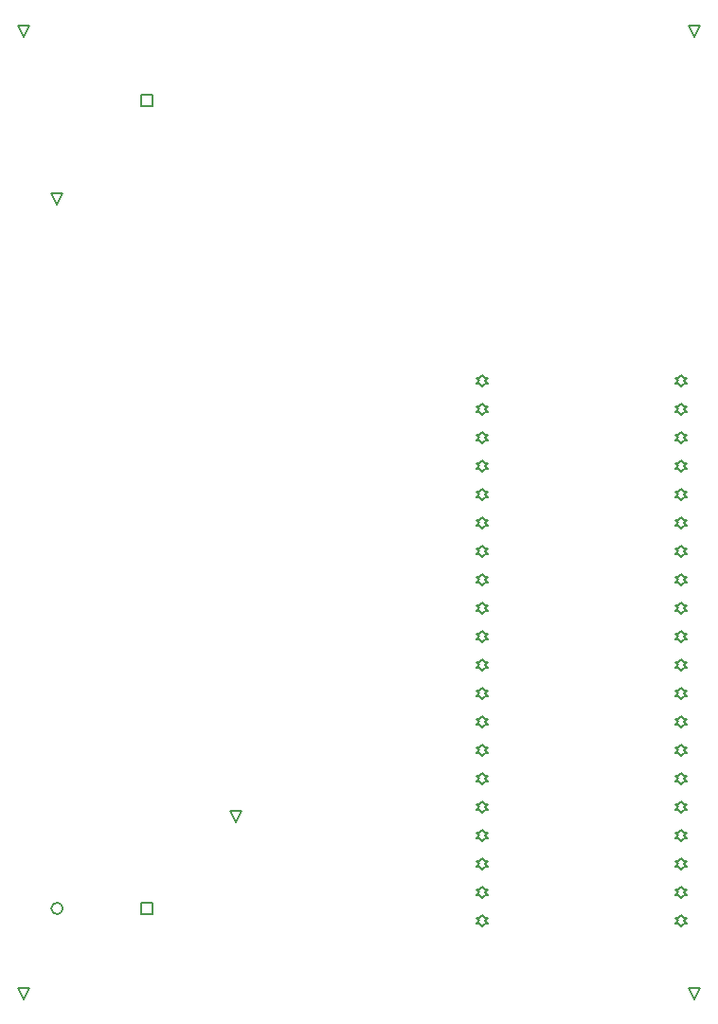
<source format=gbr>
G04 Layer_Color=2752767*
%FSLAX24Y24*%
%MOIN*%
%TF.FileFunction,Drawing*%
%TF.Part,Single*%
G01*
G75*
%TA.AperFunction,NonConductor*%
%ADD27C,0.0050*%
%ADD49C,0.0067*%
D27*
X11811Y12792D02*
X11611Y13192D01*
X12011D01*
X11811Y12792D01*
X15942Y15776D02*
Y16176D01*
X16342D01*
Y15776D01*
X15942D01*
X19291Y19013D02*
X19091Y19413D01*
X19491D01*
X19291Y19013D01*
X27753Y15635D02*
X27853Y15535D01*
X27753Y15435D01*
X27853D01*
X27953Y15335D01*
X28053Y15435D01*
X28153D01*
X28053Y15535D01*
X28153Y15635D01*
X28053D01*
X27953Y15735D01*
X27853Y15635D01*
X27753D01*
X28053Y16435D02*
X28153D01*
X28053Y16535D01*
X28153Y16635D01*
X28053D01*
X27953Y16735D01*
X27853Y16635D01*
X27753D01*
X27853Y16535D01*
X27753Y16435D01*
X27853D01*
X27953Y16335D01*
X28053Y16435D01*
Y17435D02*
X28153D01*
X28053Y17535D01*
X28153Y17635D01*
X28053D01*
X27953Y17735D01*
X27853Y17635D01*
X27753D01*
X27853Y17535D01*
X27753Y17435D01*
X27853D01*
X27953Y17335D01*
X28053Y17435D01*
Y18435D02*
X28153D01*
X28053Y18535D01*
X28153Y18635D01*
X28053D01*
X27953Y18735D01*
X27853Y18635D01*
X27753D01*
X27853Y18535D01*
X27753Y18435D01*
X27853D01*
X27953Y18335D01*
X28053Y18435D01*
Y19435D02*
X28153D01*
X28053Y19535D01*
X28153Y19635D01*
X28053D01*
X27953Y19735D01*
X27853Y19635D01*
X27753D01*
X27853Y19535D01*
X27753Y19435D01*
X27853D01*
X27953Y19335D01*
X28053Y19435D01*
Y20435D02*
X28153D01*
X28053Y20535D01*
X28153Y20635D01*
X28053D01*
X27953Y20735D01*
X27853Y20635D01*
X27753D01*
X27853Y20535D01*
X27753Y20435D01*
X27853D01*
X27953Y20335D01*
X28053Y20435D01*
Y21435D02*
X28153D01*
X28053Y21535D01*
X28153Y21635D01*
X28053D01*
X27953Y21735D01*
X27853Y21635D01*
X27753D01*
X27853Y21535D01*
X27753Y21435D01*
X27853D01*
X27953Y21335D01*
X28053Y21435D01*
Y22435D02*
X28153D01*
X28053Y22535D01*
X28153Y22635D01*
X28053D01*
X27953Y22735D01*
X27853Y22635D01*
X27753D01*
X27853Y22535D01*
X27753Y22435D01*
X27853D01*
X27953Y22335D01*
X28053Y22435D01*
Y23435D02*
X28153D01*
X28053Y23535D01*
X28153Y23635D01*
X28053D01*
X27953Y23735D01*
X27853Y23635D01*
X27753D01*
X27853Y23535D01*
X27753Y23435D01*
X27853D01*
X27953Y23335D01*
X28053Y23435D01*
Y24435D02*
X28153D01*
X28053Y24535D01*
X28153Y24635D01*
X28053D01*
X27953Y24735D01*
X27853Y24635D01*
X27753D01*
X27853Y24535D01*
X27753Y24435D01*
X27853D01*
X27953Y24335D01*
X28053Y24435D01*
Y25435D02*
X28153D01*
X28053Y25535D01*
X28153Y25635D01*
X28053D01*
X27953Y25735D01*
X27853Y25635D01*
X27753D01*
X27853Y25535D01*
X27753Y25435D01*
X27853D01*
X27953Y25335D01*
X28053Y25435D01*
Y26435D02*
X28153D01*
X28053Y26535D01*
X28153Y26635D01*
X28053D01*
X27953Y26735D01*
X27853Y26635D01*
X27753D01*
X27853Y26535D01*
X27753Y26435D01*
X27853D01*
X27953Y26335D01*
X28053Y26435D01*
Y27435D02*
X28153D01*
X28053Y27535D01*
X28153Y27635D01*
X28053D01*
X27953Y27735D01*
X27853Y27635D01*
X27753D01*
X27853Y27535D01*
X27753Y27435D01*
X27853D01*
X27953Y27335D01*
X28053Y27435D01*
Y28435D02*
X28153D01*
X28053Y28535D01*
X28153Y28635D01*
X28053D01*
X27953Y28735D01*
X27853Y28635D01*
X27753D01*
X27853Y28535D01*
X27753Y28435D01*
X27853D01*
X27953Y28335D01*
X28053Y28435D01*
Y29435D02*
X28153D01*
X28053Y29535D01*
X28153Y29635D01*
X28053D01*
X27953Y29735D01*
X27853Y29635D01*
X27753D01*
X27853Y29535D01*
X27753Y29435D01*
X27853D01*
X27953Y29335D01*
X28053Y29435D01*
Y30435D02*
X28153D01*
X28053Y30535D01*
X28153Y30635D01*
X28053D01*
X27953Y30735D01*
X27853Y30635D01*
X27753D01*
X27853Y30535D01*
X27753Y30435D01*
X27853D01*
X27953Y30335D01*
X28053Y30435D01*
Y31435D02*
X28153D01*
X28053Y31535D01*
X28153Y31635D01*
X28053D01*
X27953Y31735D01*
X27853Y31635D01*
X27753D01*
X27853Y31535D01*
X27753Y31435D01*
X27853D01*
X27953Y31335D01*
X28053Y31435D01*
Y32435D02*
X28153D01*
X28053Y32535D01*
X28153Y32635D01*
X28053D01*
X27953Y32735D01*
X27853Y32635D01*
X27753D01*
X27853Y32535D01*
X27753Y32435D01*
X27853D01*
X27953Y32335D01*
X28053Y32435D01*
Y33435D02*
X28153D01*
X28053Y33535D01*
X28153Y33635D01*
X28053D01*
X27953Y33735D01*
X27853Y33635D01*
X27753D01*
X27853Y33535D01*
X27753Y33435D01*
X27853D01*
X27953Y33335D01*
X28053Y33435D01*
Y34435D02*
X28153D01*
X28053Y34535D01*
X28153Y34635D01*
X28053D01*
X27953Y34735D01*
X27853Y34635D01*
X27753D01*
X27853Y34535D01*
X27753Y34435D01*
X27853D01*
X27953Y34335D01*
X28053Y34435D01*
X34753Y28635D02*
X34853Y28535D01*
X34753Y28435D01*
X34853D01*
X34953Y28335D01*
X35053Y28435D01*
X35153D01*
X35053Y28535D01*
X35153Y28635D01*
X35053D01*
X34953Y28735D01*
X34853Y28635D01*
X34753D01*
Y27635D02*
X34853Y27535D01*
X34753Y27435D01*
X34853D01*
X34953Y27335D01*
X35053Y27435D01*
X35153D01*
X35053Y27535D01*
X35153Y27635D01*
X35053D01*
X34953Y27735D01*
X34853Y27635D01*
X34753D01*
Y26635D02*
X34853Y26535D01*
X34753Y26435D01*
X34853D01*
X34953Y26335D01*
X35053Y26435D01*
X35153D01*
X35053Y26535D01*
X35153Y26635D01*
X35053D01*
X34953Y26735D01*
X34853Y26635D01*
X34753D01*
Y25635D02*
X34853Y25535D01*
X34753Y25435D01*
X34853D01*
X34953Y25335D01*
X35053Y25435D01*
X35153D01*
X35053Y25535D01*
X35153Y25635D01*
X35053D01*
X34953Y25735D01*
X34853Y25635D01*
X34753D01*
Y24635D02*
X34853Y24535D01*
X34753Y24435D01*
X34853D01*
X34953Y24335D01*
X35053Y24435D01*
X35153D01*
X35053Y24535D01*
X35153Y24635D01*
X35053D01*
X34953Y24735D01*
X34853Y24635D01*
X34753D01*
Y23635D02*
X34853Y23535D01*
X34753Y23435D01*
X34853D01*
X34953Y23335D01*
X35053Y23435D01*
X35153D01*
X35053Y23535D01*
X35153Y23635D01*
X35053D01*
X34953Y23735D01*
X34853Y23635D01*
X34753D01*
Y22635D02*
X34853Y22535D01*
X34753Y22435D01*
X34853D01*
X34953Y22335D01*
X35053Y22435D01*
X35153D01*
X35053Y22535D01*
X35153Y22635D01*
X35053D01*
X34953Y22735D01*
X34853Y22635D01*
X34753D01*
Y21635D02*
X34853Y21535D01*
X34753Y21435D01*
X34853D01*
X34953Y21335D01*
X35053Y21435D01*
X35153D01*
X35053Y21535D01*
X35153Y21635D01*
X35053D01*
X34953Y21735D01*
X34853Y21635D01*
X34753D01*
Y20635D02*
X34853Y20535D01*
X34753Y20435D01*
X34853D01*
X34953Y20335D01*
X35053Y20435D01*
X35153D01*
X35053Y20535D01*
X35153Y20635D01*
X35053D01*
X34953Y20735D01*
X34853Y20635D01*
X34753D01*
Y19635D02*
X34853Y19535D01*
X34753Y19435D01*
X34853D01*
X34953Y19335D01*
X35053Y19435D01*
X35153D01*
X35053Y19535D01*
X35153Y19635D01*
X35053D01*
X34953Y19735D01*
X34853Y19635D01*
X34753D01*
Y18635D02*
X34853Y18535D01*
X34753Y18435D01*
X34853D01*
X34953Y18335D01*
X35053Y18435D01*
X35153D01*
X35053Y18535D01*
X35153Y18635D01*
X35053D01*
X34953Y18735D01*
X34853Y18635D01*
X34753D01*
Y17635D02*
X34853Y17535D01*
X34753Y17435D01*
X34853D01*
X34953Y17335D01*
X35053Y17435D01*
X35153D01*
X35053Y17535D01*
X35153Y17635D01*
X35053D01*
X34953Y17735D01*
X34853Y17635D01*
X34753D01*
Y16635D02*
X34853Y16535D01*
X34753Y16435D01*
X34853D01*
X34953Y16335D01*
X35053Y16435D01*
X35153D01*
X35053Y16535D01*
X35153Y16635D01*
X35053D01*
X34953Y16735D01*
X34853Y16635D01*
X34753D01*
Y15635D02*
X34853Y15535D01*
X34753Y15435D01*
X34853D01*
X34953Y15335D01*
X35053Y15435D01*
X35153D01*
X35053Y15535D01*
X35153Y15635D01*
X35053D01*
X34953Y15735D01*
X34853Y15635D01*
X34753D01*
X35233Y13192D02*
X35633D01*
X35433Y12792D01*
X35233Y13192D01*
X35153Y29435D02*
X35053Y29535D01*
X35153Y29635D01*
X35053D01*
X34953Y29735D01*
X34853Y29635D01*
X34753D01*
X34853Y29535D01*
X34753Y29435D01*
X34853D01*
X34953Y29335D01*
X35053Y29435D01*
X35153D01*
Y30435D02*
X35053Y30535D01*
X35153Y30635D01*
X35053D01*
X34953Y30735D01*
X34853Y30635D01*
X34753D01*
X34853Y30535D01*
X34753Y30435D01*
X34853D01*
X34953Y30335D01*
X35053Y30435D01*
X35153D01*
Y31435D02*
X35053Y31535D01*
X35153Y31635D01*
X35053D01*
X34953Y31735D01*
X34853Y31635D01*
X34753D01*
X34853Y31535D01*
X34753Y31435D01*
X34853D01*
X34953Y31335D01*
X35053Y31435D01*
X35153D01*
Y32435D02*
X35053Y32535D01*
X35153Y32635D01*
X35053D01*
X34953Y32735D01*
X34853Y32635D01*
X34753D01*
X34853Y32535D01*
X34753Y32435D01*
X34853D01*
X34953Y32335D01*
X35053Y32435D01*
X35153D01*
Y33435D02*
X35053Y33535D01*
X35153Y33635D01*
X35053D01*
X34953Y33735D01*
X34853Y33635D01*
X34753D01*
X34853Y33535D01*
X34753Y33435D01*
X34853D01*
X34953Y33335D01*
X35053Y33435D01*
X35153D01*
Y34435D02*
X35053Y34535D01*
X35153Y34635D01*
X35053D01*
X34953Y34735D01*
X34853Y34635D01*
X34753D01*
X34853Y34535D01*
X34753Y34435D01*
X34853D01*
X34953Y34335D01*
X35053Y34435D01*
X35153D01*
X35433Y46650D02*
X35233Y47050D01*
X35633D01*
X35433Y46650D01*
X16342Y44609D02*
Y44209D01*
X15942D01*
Y44609D01*
X16342D01*
X13192Y41145D02*
X12992Y40745D01*
X12792Y41145D01*
X13192D01*
X11811Y46650D02*
X11611Y47050D01*
X12011D01*
X11811Y46650D01*
D49*
X13192Y15976D02*
G03*
X13192Y15976I-200J0D01*
G01*
%TF.MD5,fdf02e37ded286653c52c3f6777651a6*%
M02*

</source>
